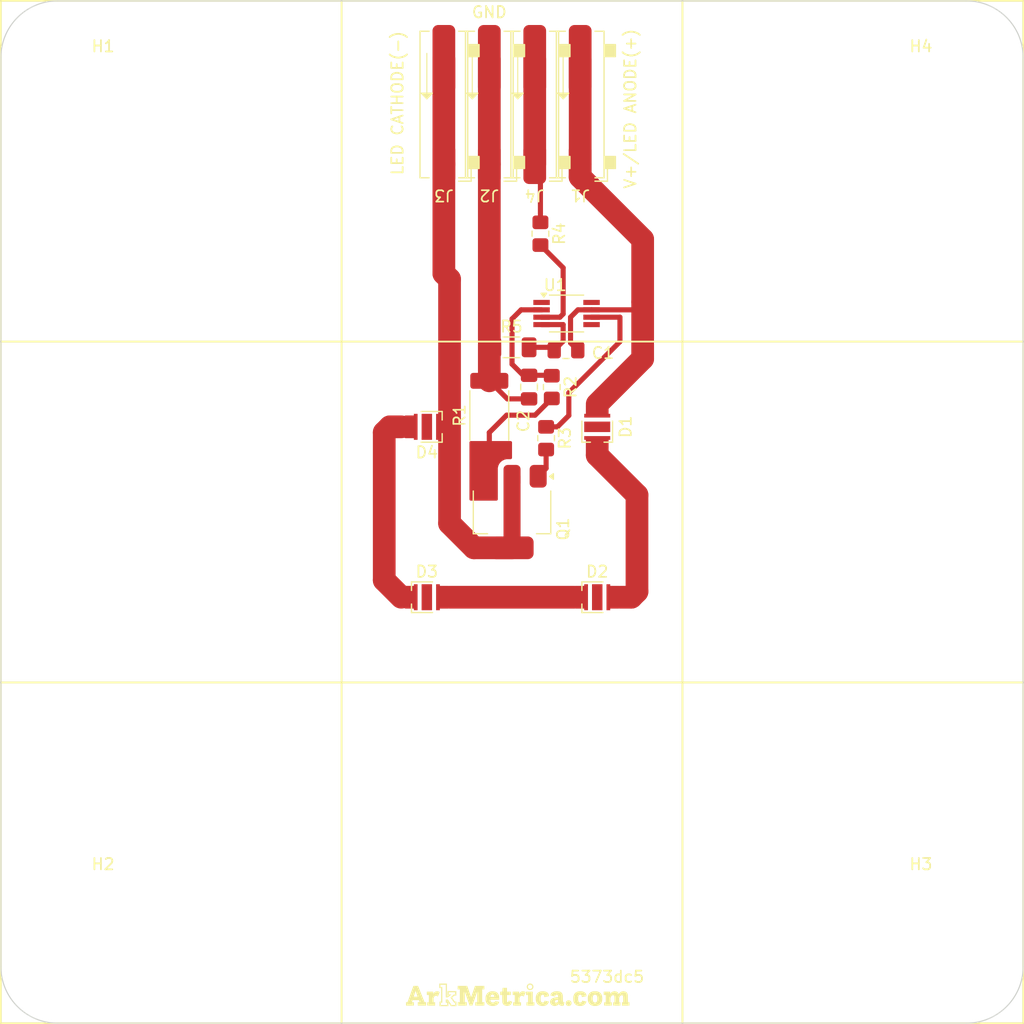
<source format=kicad_pcb>
(kicad_pcb (version 20240108) (generator "pcbnew") (generator_version "8.0")
  (layers (0 "F.Cu" signal) (31 "B.Cu" signal) (34 "B.Paste" user) (35 "F.Paste" user) (36 "B.SilkS" user "B.Silkscreen") (37 "F.SilkS" user "F.Silkscreen") (38 "B.Mask" user) (39 "F.Mask" user) (44 "Edge.Cuts" user))
  (net 0 "")
  (net 1 "VCC")
  (net 2 "GND")
  (net 3 "Net-(U1--)")
  (net 5 "Net-(J4-Pin_1)")
  (net 6 "Net-(D1-K)")
  (net 8 "Net-(D2-K)")
  (net 10 "Net-(D3-K)")
  (net 11 "Net-(D4-K)")
  (net 13 "Net-(R3-Pad1)")
  (net 14 "Net-(U1-+)")
  (net 17 "Net-(Q1-B)")
  (net 18 "Net-(Q1-E)")
  (footprint "MountingHole:MountingHole_4mm" (layer "F.Cu") (at 179.5 132)
    (property "Reference" "H3" (at 0 -5 0) (layer "F.SilkS"))
    (property "Value" "MountingHole")
    (pad "" np_thru_hole circle (at 0 0) (size 4 4) (drill 4) (layers "*.Cu" "*.Mask"))
  )
  (footprint "Resistor_SMD:R_0805_2012Metric_Pad1.20x1.40mm_HandSolder" (layer "F.Cu") (at 146 71.5 -90)
    (property "Reference" "R4" (at 0 -1.65 90) (layer "F.SilkS"))
    (property "Value" "0R")
    (pad "1" smd roundrect (at -1 0 270) (size 1.2 1.4) (layers "F.Cu" "F.Paste" "F.Mask") (roundrect_rratio 0.208333) (net 5 "Net-(J4-Pin_1)"))
    (pad "2" smd roundrect (at 1 0 270) (size 1.2 1.4) (layers "F.Cu" "F.Paste" "F.Mask") (roundrect_rratio 0.208333) (net 14 "Net-(U1-+)"))
  )
  (footprint "MountingHole:MountingHole_4mm" (layer "F.Cu") (at 107.5 60)
    (property "Reference" "H1" (at 0 -5 0) (layer "F.SilkS"))
    (property "Value" "MountingHole")
    (pad "" np_thru_hole circle (at 0 0) (size 4 4) (drill 4) (layers "*.Cu" "*.Mask"))
  )
  (footprint "Capacitor_SMD:C_0805_2012Metric_Pad1.18x1.45mm_HandSolder" (layer "F.Cu") (at 148.25 81.75)
    (property "Reference" "C1" (at 3.25 0.25 0) (layer "F.SilkS"))
    (property "Value" "100n")
    (pad "1" smd roundrect (at -1.0375 0) (size 1.175 1.45) (layers "F.Cu" "F.Paste" "F.Mask") (roundrect_rratio 0.212766) (net 2 "GND"))
    (pad "2" smd roundrect (at 1.0375 0) (size 1.175 1.45) (layers "F.Cu" "F.Paste" "F.Mask") (roundrect_rratio 0.212766) (net 1 "VCC"))
  )
  (footprint "custom_footprints:LED_3x3_DIRECT_CU" (layer "F.Cu") (at 136 88.5 180)
    (property "Reference" "D4" (at 0 -2.25 180) (layer "F.SilkS"))
    (property "Value" "LED_Pad")
    (pad "1" smd rect (at -0.98 0 180) (size 0.33 2.29) (layers "F.Cu" "F.Paste" "F.Mask") (net 11 "Net-(D4-K)"))
    (pad "2" smd rect (at 0.98 0 180) (size 0.33 2.29) (layers "F.Cu" "F.Paste" "F.Mask") (net 10 "Net-(D3-K)"))
    (pad "3" smd rect (at 0 0 180) (size 0.92 2.29) (layers "F.Cu" "F.Mask"))
  )
  (footprint "MountingHole:MountingHole_4mm" (layer "F.Cu") (at 107.5 132)
    (property "Reference" "H2" (at 0 -5 0) (layer "F.SilkS"))
    (property "Value" "MountingHole")
    (pad "" np_thru_hole circle (at 0 0) (size 4 4) (drill 4) (layers "*.Cu" "*.Mask"))
  )
  (footprint "custom_footprints:LED_3x3_DIRECT_CU" (layer "F.Cu") (at 136 103.5)
    (property "Reference" "D3" (at 0 -2.25 0) (layer "F.SilkS"))
    (property "Value" "LED_Pad")
    (pad "1" smd rect (at -0.98 0) (size 0.33 2.29) (layers "F.Cu" "F.Paste" "F.Mask") (net 10 "Net-(D3-K)"))
    (pad "2" smd rect (at 0.98 0) (size 0.33 2.29) (layers "F.Cu" "F.Paste" "F.Mask") (net 8 "Net-(D2-K)"))
    (pad "3" smd rect (at 0 0) (size 0.92 2.29) (layers "F.Cu" "F.Mask"))
  )
  (footprint "Resistor_SMD:R_2512_6332Metric_Pad1.40x3.35mm_HandSolder" (layer "F.Cu") (at 141.5 87.5 90)
    (property "Reference" "R1" (at 0 -2.62 -90) (layer "F.SilkS"))
    (property "Value" "1R")
    (pad "1" smd roundrect (at -3.05 0 90) (size 1.4 3.35) (layers "F.Cu" "F.Paste" "F.Mask") (roundrect_rratio 0.178571) (net 18 "Net-(Q1-E)"))
    (pad "2" smd roundrect (at 3.05 0 90) (size 1.4 3.35) (layers "F.Cu" "F.Paste" "F.Mask") (roundrect_rratio 0.178571) (net 2 "GND"))
  )
  (footprint "custom_footprints:TE_2834006-1_1x01_P4.0mm_Horizontal" (layer "F.Cu") (at 137.5 60.125 180)
    (property "Reference" "J3" (at 0 -8 180) (layer "F.SilkS"))
    (property "Value" "Conn_01x01")
    (pad "1" smd roundrect (at 0 -5.25 180) (size 2 3.5) (layers "F.Cu" "F.Paste" "F.Mask") (net 11 "Net-(D4-K)"))
    (pad "1" smd roundrect (at 0 4 180) (size 2 6) (layers "F.Cu" "F.Paste" "F.Mask") (net 11 "Net-(D4-K)"))
  )
  (footprint "Resistor_SMD:R_1206_3216Metric_Pad1.30x1.75mm_HandSolder" (layer "F.Cu") (at 143.45 81.5)
    (property "Reference" "R5" (at 0 -1.82 0) (layer "F.SilkS"))
    (property "Value" "0R")
    (pad "1" smd roundrect (at -1.55 0) (size 1.3 1.75) (layers "F.Cu" "F.Paste" "F.Mask") (roundrect_rratio 0.192308) (net 2 "GND"))
    (pad "2" smd roundrect (at 1.55 0) (size 1.3 1.75) (layers "F.Cu" "F.Paste" "F.Mask") (roundrect_rratio 0.192308) (net 2 "GND"))
  )
  (footprint "Package_SO:VSSOP-8_3.0x3.0mm_P0.65mm" (layer "F.Cu") (at 148.3 78.525)
    (property "Reference" "U1" (at -1 -2.5 0) (layer "F.SilkS"))
    (property "Value" "LM7321MA	")
    (pad "1" smd rect (at -2.2 -0.975 270) (size 0.45 1.45) (layers "F.Cu" "F.Paste" "F.Mask"))
    (pad "2" smd rect (at -2.2 -0.325 270) (size 0.45 1.45) (layers "F.Cu" "F.Paste" "F.Mask") (net 3 "Net-(U1--)"))
    (pad "3" smd rect (at -2.2 0.325 270) (size 0.45 1.45) (layers "F.Cu" "F.Paste" "F.Mask") (net 14 "Net-(U1-+)"))
    (pad "4" smd rect (at -2.2 0.975 270) (size 0.45 1.45) (layers "F.Cu" "F.Paste" "F.Mask") (net 2 "GND"))
    (pad "5" smd rect (at 2.2 0.975 270) (size 0.45 1.45) (layers "F.Cu" "F.Paste" "F.Mask"))
    (pad "6" smd rect (at 2.2 0.325 270) (size 0.45 1.45) (layers "F.Cu" "F.Paste" "F.Mask") (net 13 "Net-(R3-Pad1)"))
    (pad "7" smd rect (at 2.2 -0.325 270) (size 0.45 1.45) (layers "F.Cu" "F.Paste" "F.Mask") (net 1 "VCC"))
    (pad "8" smd rect (at 2.2 -0.975 270) (size 0.45 1.45) (layers "F.Cu" "F.Paste" "F.Mask"))
  )
  (footprint "MountingHole:MountingHole_4mm" (layer "F.Cu") (at 179.5 60)
    (property "Reference" "H4" (at 0 -5 0) (layer "F.SilkS"))
    (property "Value" "MountingHole")
    (pad "" np_thru_hole circle (at 0 0) (size 4 4) (drill 4) (layers "*.Cu" "*.Mask"))
  )
  (footprint "custom_footprints:TE_2834006-1_1x01_P4.0mm_Horizontal" (layer "F.Cu") (at 145.5 60.125 180)
    (property "Reference" "J4" (at 0 -8 180) (layer "F.SilkS"))
    (property "Value" "Conn_01x01")
    (pad "1" smd roundrect (at 0 -5.25 180) (size 2 3.5) (layers "F.Cu" "F.Paste" "F.Mask") (net 5 "Net-(J4-Pin_1)"))
    (pad "1" smd roundrect (at 0 4 180) (size 2 6) (layers "F.Cu" "F.Paste" "F.Mask") (net 5 "Net-(J4-Pin_1)"))
  )
  (footprint "Resistor_SMD:R_0805_2012Metric_Pad1.20x1.40mm_HandSolder" (layer "F.Cu") (at 146.5 89.5 -90)
    (property "Reference" "R3" (at 0 -1.65 90) (layer "F.SilkS"))
    (property "Value" "0R")
    (pad "1" smd roundrect (at -1 0 270) (size 1.2 1.4) (layers "F.Cu" "F.Paste" "F.Mask") (roundrect_rratio 0.208333) (net 13 "Net-(R3-Pad1)"))
    (pad "2" smd roundrect (at 1 0 270) (size 1.2 1.4) (layers "F.Cu" "F.Paste" "F.Mask") (roundrect_rratio 0.208333) (net 17 "Net-(Q1-B)"))
  )
  (footprint "custom_footprints:site_small" (layer "F.Cu") (at 144 138.5)
    (property "Reference" "SYM1" (hide yes))
    (property "Value" "Logo_Open_Hardware_Small" (hide yes))
  )
  (footprint "Capacitor_SMD:C_0805_2012Metric_Pad1.18x1.45mm_HandSolder" (layer "F.Cu") (at 145 85 90)
    (property "Reference" "C2" (at -3 -0.5 -90) (layer "F.SilkS"))
    (property "Value" "1n")
    (pad "1" smd roundrect (at -1.0375 0 90) (size 1.175 1.45) (layers "F.Cu" "F.Paste" "F.Mask") (roundrect_rratio 0.212766) (net 2 "GND"))
    (pad "2" smd roundrect (at 1.0375 0 90) (size 1.175 1.45) (layers "F.Cu" "F.Paste" "F.Mask") (roundrect_rratio 0.212766) (net 3 "Net-(U1--)"))
  )
  (footprint "custom_footprints:TE_2834006-1_1x01_P4.0mm_Horizontal" (layer "F.Cu") (at 141.5 60.125 180)
    (property "Reference" "J2" (at 0 -8 180) (layer "F.SilkS"))
    (property "Value" "Conn_01x01")
    (pad "1" smd roundrect (at 0 -5.25 180) (size 2 3.5) (layers "F.Cu" "F.Paste" "F.Mask") (net 2 "GND"))
    (pad "1" smd roundrect (at 0 4 180) (size 2 6) (layers "F.Cu" "F.Paste" "F.Mask") (net 2 "GND"))
  )
  (footprint "Package_TO_SOT_SMD:SOT-223" (layer "F.Cu") (at 143.5 96 -90)
    (property "Reference" "Q1" (at 1.5 -4.5 90) (layer "F.SilkS"))
    (property "Value" "Q_NPN_BCEC")
    (pad "1" smd roundrect (at -3.15 -2.3 270) (size 2 1.5) (layers "F.Cu" "F.Paste" "F.Mask") (net 17 "Net-(Q1-B)"))
    (pad "2" smd roundrect (at -3.15 0 270) (size 2 1.5) (layers "F.Cu" "F.Paste" "F.Mask") (net 11 "Net-(D4-K)"))
    (pad "3" smd roundrect (at -3.15 2.3 270) (size 2 1.5) (layers "F.Cu" "F.Paste" "F.Mask") (net 18 "Net-(Q1-E)"))
    (pad "4" smd roundrect (at 3.15 0 270) (size 2 3.8) (layers "F.Cu" "F.Paste" "F.Mask") (net 11 "Net-(D4-K)"))
  )
  (footprint "custom_footprints:TE_2834006-1_1x01_P4.0mm_Horizontal" (layer "F.Cu") (at 149.5 60.125 180)
    (property "Reference" "J1" (at 0 -8 180) (layer "F.SilkS"))
    (property "Value" "Conn_01x01")
    (pad "1" smd roundrect (at 0 -5.25 180) (size 2 3.5) (layers "F.Cu" "F.Paste" "F.Mask") (net 1 "VCC"))
    (pad "1" smd roundrect (at 0 4 180) (size 2 6) (layers "F.Cu" "F.Paste" "F.Mask") (net 1 "VCC"))
  )
  (footprint "custom_footprints:LED_3x3_DIRECT_CU" (layer "F.Cu") (at 151 88.5 90)
    (property "Reference" "D1" (at 0 2.5 -90) (layer "F.SilkS"))
    (property "Value" "LED_Pad")
    (pad "1" smd rect (at -0.98 0 90) (size 0.33 2.29) (layers "F.Cu" "F.Paste" "F.Mask") (net 6 "Net-(D1-K)"))
    (pad "2" smd rect (at 0.98 0 90) (size 0.33 2.29) (layers "F.Cu" "F.Paste" "F.Mask") (net 1 "VCC"))
    (pad "3" smd rect (at 0 0 90) (size 0.92 2.29) (layers "F.Cu" "F.Mask"))
  )
  (footprint "Resistor_SMD:R_0805_2012Metric_Pad1.20x1.40mm_HandSolder" (layer "F.Cu") (at 147 85 -90)
    (property "Reference" "R2" (at 0 -1.65 90) (layer "F.SilkS"))
    (property "Value" "2K2")
    (pad "1" smd roundrect (at -1 0 270) (size 1.2 1.4) (layers "F.Cu" "F.Paste" "F.Mask") (roundrect_rratio 0.208333) (net 3 "Net-(U1--)"))
    (pad "2" smd roundrect (at 1 0 270) (size 1.2 1.4) (layers "F.Cu" "F.Paste" "F.Mask") (roundrect_rratio 0.208333) (net 18 "Net-(Q1-E)"))
  )
  (footprint "custom_footprints:LED_3x3_DIRECT_CU" (layer "F.Cu") (at 151 103.5)
    (property "Reference" "D2" (at 0 -2.25 0) (layer "F.SilkS"))
    (property "Value" "LED_Pad")
    (pad "1" smd rect (at -0.98 0) (size 0.33 2.29) (layers "F.Cu" "F.Paste" "F.Mask") (net 8 "Net-(D2-K)"))
    (pad "2" smd rect (at 0.98 0) (size 0.33 2.29) (layers "F.Cu" "F.Paste" "F.Mask") (net 6 "Net-(D1-K)"))
    (pad "3" smd rect (at 0 0) (size 0.92 2.29) (layers "F.Cu" "F.Mask"))
  )
  (gr_rect (start 98.5 111) (end 128.5 141) (stroke (width 0.15)) (fill none) (layer "F.SilkS"))
  (gr_rect (start 98.5 51) (end 128.5 81) (stroke (width 0.15)) (fill none) (layer "F.SilkS"))
  (gr_rect (start 128.5 111) (end 158.5 141) (stroke (width 0.15)) (fill none) (layer "F.SilkS"))
  (gr_rect (start 158.5 51) (end 188.5 81) (stroke (width 0.15)) (fill none) (layer "F.SilkS"))
  (gr_rect (start 128.5 51) (end 158.5 81) (stroke (width 0.15)) (fill none) (layer "F.SilkS"))
  (gr_rect (start 128.5 81) (end 158.5 111) (stroke (width 0.15)) (fill none) (layer "F.SilkS"))
  (gr_rect (start 158.5 111) (end 188.5 141) (stroke (width 0.15)) (fill none) (layer "F.SilkS"))
  (gr_rect (start 158.5 81) (end 188.5 111) (stroke (width 0.15)) (fill none) (layer "F.SilkS"))
  (gr_rect (start 98.5 81) (end 128.5 111) (stroke (width 0.15)) (fill none) (layer "F.SilkS"))
  (gr_arc (start 188.5 136) (mid 187.035534 139.535534) (end 183.5 141) (stroke (width 0.1)) (layer "Edge.Cuts"))
  (gr_arc (start 103.5 141) (mid 99.964466 139.535534) (end 98.5 136) (stroke (width 0.1)) (layer "Edge.Cuts"))
  (gr_arc (start 98.5 56) (mid 99.964466 52.464466) (end 103.5 51) (stroke (width 0.1)) (layer "Edge.Cuts"))
  (gr_line (start 103.5 141) (end 183.5 141) (stroke (width 0.1)) (layer "Edge.Cuts"))
  (gr_line (start 98.5 56) (end 98.5 136) (stroke (width 0.1)) (layer "Edge.Cuts"))
  (gr_line (start 183.5 51) (end 103.5 51) (stroke (width 0.1)) (layer "Edge.Cuts"))
  (gr_arc (start 183.5 51) (mid 187.035534 52.464466) (end 188.5 56) (stroke (width 0.1)) (layer "Edge.Cuts"))
  (gr_line (start 188.5 136) (end 188.5 56) (stroke (width 0.1)) (layer "Edge.Cuts"))
  (gr_text "5373dc5" (at 148.5 137.5 0) (layer "F.SilkS") (effects (font (size 1 1)) (justify left bottom)))
  (gr_text "V+/LED ANODE(+)" (at 154.5 60.5 90) (layer "F.SilkS") (effects (font (size 1 1)) (justify bottom)))
  (gr_text "GND" (at 141.5 52 0) (layer "F.SilkS") (effects (font (size 1 1))))
  (gr_text "LED CATHODE(-)" (at 134 60 90) (layer "F.SilkS") (effects (font (size 1 1)) (justify bottom)))
  (segment (start 155 72) (end 149.5 66.5) (width 2) (layer "F.Cu") (net 1))
  (segment (start 149.5 56.125) (end 149.5 65.375) (width 2) (layer "F.Cu") (net 1))
  (segment (start 155 82.5) (end 151 86.5) (width 2) (layer "F.Cu") (net 1))
  (segment (start 155 77.5) (end 155 72) (width 2) (layer "F.Cu") (net 1))
  (segment (start 150.5 78.2) (end 149.3 78.2) (width 0.45) (layer "F.Cu") (net 1))
  (segment (start 155 77.5) (end 155 82.5) (width 2) (layer "F.Cu") (net 1))
  (segment (start 148.65 81.1125) (end 149.2875 81.75) (width 0.45) (layer "F.Cu") (net 1))
  (segment (start 154.3 78.2) (end 150.5 78.2) (width 0.45) (layer "F.Cu") (net 1))
  (segment (start 148.65 78.85) (end 148.65 81.1125) (width 0.45) (layer "F.Cu") (net 1))
  (segment (start 149.5 66.5) (end 149.5 65.375) (width 2) (layer "F.Cu") (net 1))
  (segment (start 155 77.5) (end 154.3 78.2) (width 0.45) (layer "F.Cu") (net 1))
  (segment (start 149.3 78.2) (end 148.65 78.85) (width 0.45) (layer "F.Cu") (net 1))
  (segment (start 148 79.5) (end 148 80.9625) (width 0.45) (layer "F.Cu") (net 2))
  (segment (start 146.9625 81.5) (end 147.2125 81.75) (width 0.45) (layer "F.Cu") (net 2))
  (segment (start 141.5 56.125) (end 141.5 65.375) (width 2) (layer "F.Cu") (net 2))
  (segment (start 141.5 65.375) (end 141.5 84.45) (width 2) (layer "F.Cu") (net 2))
  (segment (start 148 80.9625) (end 147.2125 81.75) (width 0.45) (layer "F.Cu") (net 2))
  (segment (start 146.1 79.5) (end 148 79.5) (width 0.45) (layer "F.Cu") (net 2))
  (segment (start 145 81.5) (end 146.9625 81.5) (width 0.45) (layer "F.Cu") (net 2))
  (segment (start 145 86.0375) (end 143.0875 86.0375) (width 0.45) (layer "F.Cu") (net 2))
  (segment (start 143.0875 86.0375) (end 141.5 84.45) (width 0.45) (layer "F.Cu") (net 2))
  (segment (start 146.1 78.2) (end 144.3 78.2) (width 0.45) (layer "F.Cu") (net 3))
  (segment (start 144.3 78.2) (end 143.5 79) (width 0.45) (layer "F.Cu") (net 3))
  (segment (start 144.48125 83.9625) (end 145 83.9625) (width 0.45) (layer "F.Cu") (net 3))
  (segment (start 143.5 82.98125) (end 144.48125 83.9625) (width 0.45) (layer "F.Cu") (net 3))
  (segment (start 145 83.9625) (end 146.9625 83.9625) (width 0.45) (layer "F.Cu") (net 3))
  (segment (start 146.9625 83.9625) (end 147 84) (width 0.45) (layer "F.Cu") (net 3))
  (segment (start 143.5 79) (end 143.5 82.98125) (width 0.45) (layer "F.Cu") (net 3))
  (segment (start 146 70.5) (end 146 65.875) (width 0.45) (layer "F.Cu") (net 5))
  (segment (start 145.5 65.375) (end 145.5 56.125) (width 2) (layer "F.Cu") (net 5))
  (segment (start 146 65.875) (end 145.5 65.375) (width 0.45) (layer "F.Cu") (net 5))
  (segment (start 151 91) (end 151 90.5) (width 2) (layer "F.Cu") (net 6))
  (segment (start 154.5 103) (end 154.5 94.5) (width 2) (layer "F.Cu") (net 6))
  (segment (start 154.5 94.5) (end 151 91) (width 2) (layer "F.Cu") (net 6))
  (segment (start 154 103.5) (end 154.5 103) (width 2) (layer "F.Cu") (net 6))
  (segment (start 153 103.5) (end 154 103.5) (width 2) (layer "F.Cu") (net 6))
  (segment (start 149 103.5) (end 138 103.5) (width 2) (layer "F.Cu") (net 8))
  (segment (start 132.75 88.5) (end 132.25 89) (width 2) (layer "F.Cu") (net 10))
  (segment (start 133.75 88.5) (end 132.75 88.5) (width 2) (layer "F.Cu") (net 10))
  (segment (start 132.25 102) (end 133.75 103.5) (width 2) (layer "F.Cu") (net 10))
  (segment (start 132.25 89) (end 132.25 102) (width 2) (layer "F.Cu") (net 10))
  (segment (start 143.5 99.15) (end 140.15 99.15) (width 2) (layer "F.Cu") (net 11))
  (segment (start 137.5 65.375) (end 137.5 56.125) (width 2) (layer "F.Cu") (net 11))
  (segment (start 140.15 99.15) (end 138 97) (width 2) (layer "F.Cu") (net 11))
  (segment (start 143.5 92.85) (end 143.5 99.15) (width 1.5) (layer "F.Cu") (net 11))
  (segment (start 138 97) (end 138 75.5) (width 2) (layer "F.Cu") (net 11))
  (segment (start 137.5 75) (end 137.5 65.375) (width 2) (layer "F.Cu") (net 11))
  (segment (start 138 75.5) (end 137.5 75) (width 2) (layer "F.Cu") (net 11))
  (segment (start 150.5 78.85) (end 153 78.85) (width 0.45) (layer "F.Cu") (net 13))
  (segment (start 153 78.85) (end 153 81) (width 0.45) (layer "F.Cu") (net 13))
  (segment (start 148.5 85.5) (end 148.5 87.5) (width 0.45) (layer "F.Cu") (net 13))
  (segment (start 148.5 87.5) (end 147.5 88.5) (width 0.45) (layer "F.Cu") (net 13))
  (segment (start 147.5 88.5) (end 146.5 88.5) (width 0.45) (layer "F.Cu") (net 13))
  (segment (start 153 81) (end 148.5 85.5) (width 0.45) (layer "F.Cu") (net 13))
  (segment (start 146 72.5) (end 148 74.5) (width 0.45) (layer "F.Cu") (net 14))
  (segment (start 148 74.5) (end 148 78.5625) (width 0.45) (layer "F.Cu") (net 14))
  (segment (start 147.7125 78.85) (end 146.1 78.85) (width 0.45) (layer "F.Cu") (net 14))
  (segment (start 148 78.5625) (end 147.7125 78.85) (width 0.45) (layer "F.Cu") (net 14))
  (segment (start 146.5 90.5) (end 146.5 92.15) (width 0.45) (layer "F.Cu") (net 17))
  (segment (start 146.5 92.15) (end 145.8 92.85) (width 0.45) (layer "F.Cu") (net 17))
  (segment (start 145.525 87.475) (end 143.025 87.475) (width 0.45) (layer "F.Cu") (net 18))
  (segment (start 147 86) (end 145.525 87.475) (width 0.45) (layer "F.Cu") (net 18))
  (segment (start 141.5 89) (end 141.5 90.55) (width 0.45) (layer "F.Cu") (net 18))
  (segment (start 143.025 87.475) (end 141.5 89) (width 0.45) (layer "F.Cu") (net 18))
  (zone (net 8) (net_name "Net-(D2-K)") (layer "F.Cu") (priority 3) (connect_pads yes (clearance 0.5)) (min_thickness 0.25) (fill yes (thermal_gap 0.5) (thermal_bridge_width 0.5))
    (polygon (pts (xy 149 102.5) (xy 150 102.5) (xy 150 104.5) (xy 149 104.5)))
  )
  (zone (net 6) (net_name "Net-(D1-K)") (layer "F.Cu") (priority 3) (connect_pads yes (clearance 0.5)) (min_thickness 0.25) (fill yes (thermal_gap 0.5) (thermal_bridge_width 0.5))
    (polygon (pts (xy 152 89.5) (xy 152 90.5) (xy 150 90.5) (xy 150 89.5)))
  )
  (zone (net 18) (net_name "Net-(Q1-E)") (layer "F.Cu") (connect_pads yes (clearance 0.5)) (min_thickness 0.25) (fill yes (thermal_gap 0.5) (thermal_bridge_width 0.5))
    (polygon (pts (xy 139.75 89.75) (xy 139.75 95) (xy 143.5 95) (xy 143.5 89.75)))
  )
  (zone (net 8) (net_name "Net-(D2-K)") (layer "F.Cu") (priority 3) (connect_pads yes (clearance 0.5)) (min_thickness 0.25) (fill yes (thermal_gap 0.5) (thermal_bridge_width 0.5))
    (polygon (pts (xy 137 102.5) (xy 138 102.5) (xy 138 104.5) (xy 137 104.5)))
  )
  (zone (net 10) (net_name "Net-(D3-K)") (layer "F.Cu") (priority 3) (connect_pads yes (clearance 0.5)) (min_thickness 0.25) (fill yes (thermal_gap 0.5) (thermal_bridge_width 0.5))
    (polygon (pts (xy 134 102.5) (xy 135 102.5) (xy 135 104.5) (xy 134 104.5)))
  )
  (zone (net 10) (net_name "Net-(D3-K)") (layer "F.Cu") (priority 3) (connect_pads yes (clearance 0.5)) (min_thickness 0.25) (fill yes (thermal_gap 0.5) (thermal_bridge_width 0.5))
    (polygon (pts (xy 134 87.5) (xy 135 87.5) (xy 135 89.5) (xy 134 89.5)))
  )
  (zone (net 6) (net_name "Net-(D1-K)") (layer "F.Cu") (priority 3) (connect_pads yes (clearance 0.5)) (min_thickness 0.25) (fill yes (thermal_gap 0.5) (thermal_bridge_width 0.5))
    (polygon (pts (xy 152 102.5) (xy 153 102.5) (xy 153 104.5) (xy 152 104.5)))
  )
  (zone (net 1) (net_name "VCC") (layer "F.Cu") (priority 3) (connect_pads yes (clearance 0.5)) (min_thickness 0.25) (fill yes (thermal_gap 0.5) (thermal_bridge_width 0.5))
    (polygon (pts (xy 152 86.5) (xy 152 87.5) (xy 150 87.5) (xy 150 86.5)))
  )
)
</source>
